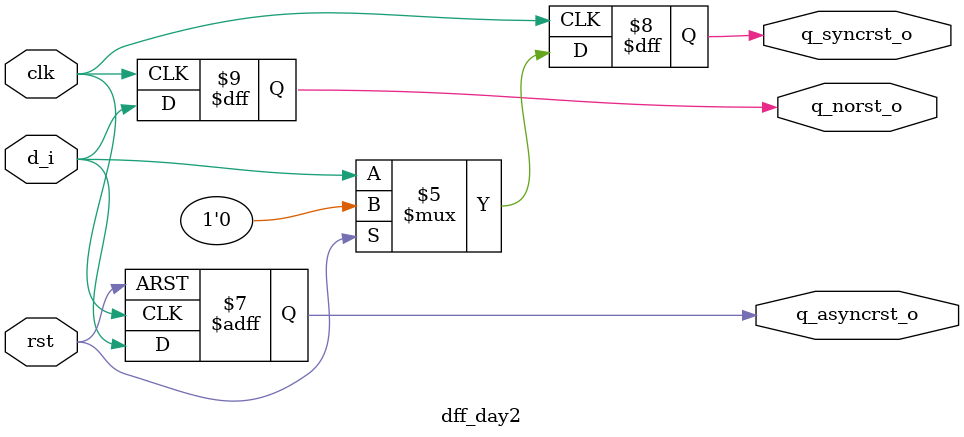
<source format=v>
`timescale 1ns / 1ps


module dff_day2(
input wire d_i, clk, rst,
output reg q_norst_o, q_syncrst_o, q_asyncrst_o
    );
    
    always @(posedge clk)
    begin
    q_norst_o <= d_i;
    end
    
    always @(posedge clk)
    begin
    if (rst)
    q_syncrst_o <= 0;
    else 
    q_syncrst_o <= d_i;
    end
    
    always @(posedge clk or posedge rst)
    begin
    if (rst)
    q_asyncrst_o = 0;
    else
    q_asyncrst_o = d_i;
    end
    
endmodule

</source>
